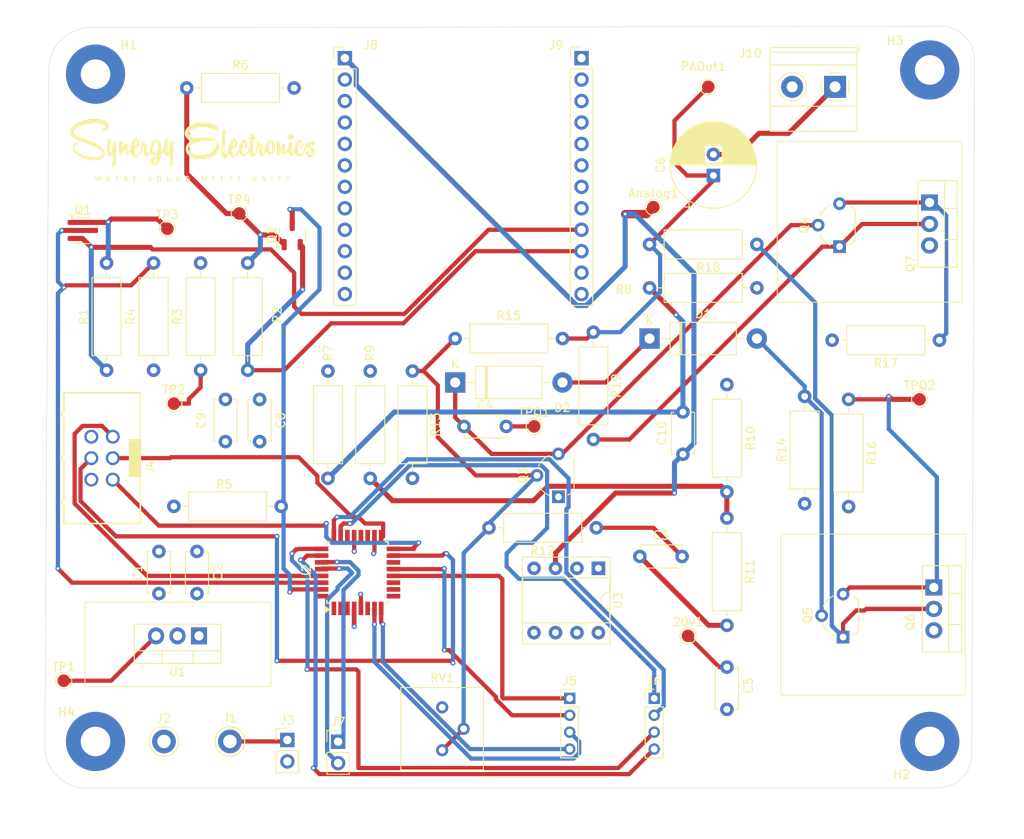
<source format=kicad_pcb>
(kicad_pcb (version 20240108) (generator "pcbnew") (generator_version "8.0")
  (layers (0 "F.Cu" signal) (1 "In1.Cu" power "GND") (2 "In2.Cu" power "PWR") (31 "B.Cu" signal) (34 "B.Paste" user) (35 "F.Paste" user) (36 "B.SilkS" user "B.Silkscreen") (37 "F.SilkS" user "F.Silkscreen") (38 "B.Mask" user) (39 "F.Mask" user) (44 "Edge.Cuts" user))
  (net 0 "")
  (net 1 "Net-(D2-K)")
  (net 2 "GND")
  (net 3 "20VDC")
  (net 4 "Net-(C3-Pad2)")
  (net 5 "Analog Signal")
  (net 6 "5VDC")
  (net 7 "Net-(U3-OUTA)")
  (net 8 "Net-(D1-A)")
  (net 9 "Net-(D1-K)")
  (net 10 "Net-(J10-Pin_1)")
  (net 11 "Net-(C6-Pad1)")
  (net 12 "Net-(J1-Pin_1)")
  (net 13 "/Microprocessor & Connectors/SCK")
  (net 14 "/Microprocessor & Connectors/MISO")
  (net 15 "/Microprocessor & Connectors/MOSI")
  (net 16 "/Microprocessor & Connectors/RESET")
  (net 17 "/Microprocessor & Connectors/Power_btn_O")
  (net 18 "/Microprocessor & Connectors/Power_btn_I")
  (net 19 "/Microprocessor & Connectors/Pair_btn_O")
  (net 20 "/Microprocessor & Connectors/Pair_btn_I")
  (net 21 "/Microprocessor & Connectors/Volume_U_btn_O")
  (net 22 "/Microprocessor & Connectors/Volume_U_btn_I")
  (net 23 "/Microprocessor & Connectors/Volume_D_btn_O")
  (net 24 "/Microprocessor & Connectors/Volume_D_btn_I")
  (net 25 "/Microprocessor & Connectors/Pair_LED_O")
  (net 26 "/Microprocessor & Connectors/Power_LED_O")
  (net 41 "/Microprocessor & Connectors/RX-I")
  (net 43 "/Microprocessor & Connectors/TX-I")
  (net 47 "/Microprocessor & Connectors/3_3VDC")
  (net 48 "/Microprocessor & Connectors/RX-O")
  (net 49 "/Microprocessor & Connectors/TX-O")
  (net 50 "Net-(Q3-B)")
  (net 51 "Net-(Q4-C)")
  (net 52 "Net-(Q4-E)")
  (net 53 "Net-(Q5-E)")
  (net 54 "Net-(Q5-C)")
  (net 55 "Net-(U3-NEGA)")
  (net 71 "Net-(C3-Pad1)")
  (net 72 "Net-(U3A-+)")
  (net 73 "Net-(U3A--)")
  (footprint "Capacitor_THT:C_Disc_D4.7mm_W2.5mm_P5.00mm" (layer "F.Cu") (at 119.9 111.6)
    (property "Reference" "C3")
    (property "Value" "1uF")
  )
  (footprint "Connector_PinHeader_2.00mm:PinHeader_1x04_P2.00mm_Vertical" (layer "F.Cu") (at 121.6 128.4)
    (property "Reference" "J6")
    (property "Value" "Conn_01x04")
  )
  (footprint "TestPoint:TestPoint_Pad_D1.5mm" (layer "F.Cu") (at 64 72.8)
    (property "Reference" "TP3")
    (property "Value" "TestPoint")
  )
  (footprint "Capacitor_THT:CP_Radial_D10.0mm_P2.50mm" (layer "F.Cu") (at 128.6 66.5 90)
    (property "Reference" "C6")
    (property "Value" "1000uF")
  )
  (footprint "Resistor_THT:R_Axial_DIN0309_L9.0mm_D3.2mm_P12.70mm_Horizontal" (layer "F.Cu") (at 130.2 103.95 90)
    (property "Reference" "R10")
    (property "Value" "2k")
  )
  (footprint "Resistor_THT:R_Axial_DIN0309_L9.0mm_D3.2mm_P12.70mm_Horizontal" (layer "F.Cu") (at 88 89.65 -90)
    (property "Reference" "R9")
    (property "Value" "2k")
  )
  (footprint "61200621621:61200621621" (layer "F.Cu") (at 56.27 99.96 90)
    (property "Reference" "J4")
    (property "Value" "6120XX21621_61200621621")
    (property "VALUE" "61200621621" (hide yes))
  )
  (footprint "Capacitor_THT:C_Disc_D4.7mm_W2.5mm_P5.00mm" (layer "F.Cu") (at 70.866 93.004 -90)
    (property "Reference" "C9")
    (property "Value" ".1uF")
  )
  (footprint "Resistor_THT:R_Axial_DIN0309_L9.0mm_D3.2mm_P12.70mm_Horizontal" (layer "F.Cu") (at 139.4 105.35 90)
    (property "Reference" "R14")
    (property "Value" "4.7k")
  )
  (footprint "Resistor_THT:R_Axial_DIN0309_L9.0mm_D3.2mm_P12.70mm_Horizontal" (layer "F.Cu") (at 133.75 74.65 180)
    (property "Reference" "R18")
    (property "Value" "0.22")
  )
  (footprint "Resistor_THT:R_Axial_DIN0309_L9.0mm_D3.2mm_P12.70mm_Horizontal" (layer "F.Cu") (at 62.366666 89.55 90)
    (property "Reference" "R4")
    (property "Value" "10k")
  )
  (footprint "Resistor_THT:R_Axial_DIN0309_L9.0mm_D3.2mm_P12.70mm_Horizontal" (layer "F.Cu") (at 66.294 56.134)
    (property "Reference" "R6")
    (property "Value" "10k")
  )
  (footprint "Resistor_THT:R_Axial_DIN0309_L9.0mm_D3.2mm_P12.70mm_Horizontal" (layer "F.Cu") (at 67.933332 89.55 90)
    (property "Reference" "R3")
    (property "Value" "5k")
  )
  (footprint "Package_TO_SOT_THT:TO-92_Wide" (layer "F.Cu") (at 143.53 74.915 90)
    (property "Reference" "Q4")
    (property "Value" "2N3906")
  )
  (footprint "TestPoint:TestPoint_Keystone_5010-5014_Multipurpose" (layer "F.Cu") (at 71.4 133.5)
    (property "Reference" "J1")
    (property "Value" "Conn_01x01")
  )
  (footprint "Resistor_THT:R_Axial_DIN0309_L9.0mm_D3.2mm_P12.70mm_Horizontal" (layer "F.Cu") (at 121.05 79.8)
    (property "Reference" "R8")
    (property "Value" "10k")
  )
  (footprint "TerminalBlock_Phoenix:TerminalBlock_Phoenix_MKDS-1,5-2-5.08_1x02_P5.08mm_Horizontal" (layer "F.Cu") (at 143 56 180)
    (property "Reference" "J10")
    (property "Value" "Screw_Terminal_01x02")
  )
  (footprint "Package_TO_SOT_SMD:SOT-23-3" (layer "F.Cu") (at 78.77 73.54 90)
    (property "Reference" "Q2")
    (property "Value" "BSS138")
  )
  (footprint "Resistor_THT:R_Axial_DIN0309_L9.0mm_D3.2mm_P12.70mm_Horizontal" (layer "F.Cu") (at 130.2 107.05 -90)
    (property "Reference" "R11")
    (property "Value" "3.3k")
  )
  (footprint "Package_TO_SOT_THT:TO-92_Wide" (layer "F.Cu") (at 143.95 121.14 90)
    (property "Reference" "Q5")
    (property "Value" "2N3904")
  )
  (footprint "Resistor_THT:R_Axial_DIN0309_L9.0mm_D3.2mm_P12.70mm_Horizontal" (layer "F.Cu") (at 73.5 76.85 -90)
    (property "Reference" "R2")
    (property "Value" "10k")
  )
  (footprint "Resistor_THT:R_Axial_DIN0309_L9.0mm_D3.2mm_P12.70mm_Horizontal" (layer "F.Cu") (at 83 89.65 -90)
    (property "Reference" "R7")
    (property "Value" "10k")
  )
  (footprint "Resistor_THT:R_Axial_DIN0309_L9.0mm_D3.2mm_P12.70mm_Horizontal" (layer "F.Cu") (at 56.8 76.85 -90)
    (property "Reference" "R1")
    (property "Value" "10k")
  )
  (footprint "Resistor_THT:R_Axial_DIN0309_L9.0mm_D3.2mm_P12.70mm_Horizontal" (layer "F.Cu") (at 144.6 93 -90)
    (property "Reference" "R16")
    (property "Value" "10k")
  )
  (footprint "MountingHole:MountingHole_3.5mm_Pad_TopBottom" (layer "F.Cu") (at 55.5 54.5)
    (property "Reference" "H1")
    (property "Value" "MountingHole_Pad")
  )
  (footprint "Diode_THT:D_DO-15_P12.70mm_Horizontal" (layer "F.Cu") (at 98.05 91)
    (property "Reference" "D2")
    (property "Value" "1N4148")
  )
  (footprint "TestPoint:TestPoint_Pad_D1.5mm" (layer "F.Cu") (at 72.5 71)
    (property "Reference" "TP4")
    (property "Value" "TestPoint")
  )
  (footprint "Connector_PinHeader_2.54mm:PinHeader_1x12_P2.54mm_Vertical" (layer "F.Cu") (at 113 52.6)
    (property "Reference" "J9")
    (property "Value" "Conn_01x12")
  )
  (footprint "Package_TO_SOT_THT:TO-92_Wide" (layer "F.Cu") (at 110.27 104.54 90)
    (property "Reference" "Q3")
    (property "Value" "2N3904")
  )
  (footprint "Resistor_THT:R_Axial_DIN0309_L9.0mm_D3.2mm_P12.70mm_Horizontal" (layer "F.Cu") (at 114.4 85.05 -90)
    (property "Reference" "R19")
    (property "Value" "0.22")
  )
  (footprint "Capacitor_THT:C_Disc_D4.7mm_W2.5mm_P5.00mm" (layer "F.Cu") (at 125 99.5 90)
    (property "Reference" "C10")
    (property "Value" "1uF")
  )
  (footprint "TestPoint:TestPoint_Pad_D1.5mm" (layer "F.Cu") (at 153 93)
    (property "Reference" "TPQ2")
    (property "Value" "TestPoint")
  )
  (footprint "TestPoint:TestPoint_Pad_D1.5mm" (layer "F.Cu") (at 121.5 70.25)
    (property "Reference" "Analog1")
    (property "Value" "TestPoint")
  )
  (footprint "Resistor_THT:R_Axial_DIN0309_L9.0mm_D3.2mm_P12.70mm_Horizontal" (layer "F.Cu") (at 155.35 86 180)
    (property "Reference" "R17")
    (property "Value" "10k")
  )
  (footprint "TestPoint:TestPoint_Pad_D1.5mm" (layer "F.Cu") (at 125.6 121)
    (property "Reference" "20v1")
    (property "Value" "TestPoint")
  )
  (footprint "TestPoint:TestPoint_Pad_D1.5mm" (layer "F.Cu") (at 128 56)
    (property "Reference" "PAOut1")
    (property "Value" "TestPoint")
  )
  (footprint "Capacitor_THT:C_Disc_D4.7mm_W2.5mm_P5.00mm" (layer "F.Cu") (at 99.1 96.2)
    (property "Reference" "C4")
    (property "Value" "1nF")
  )
  (footprint "Package_QFP:TQFP-32_7x7mm_P0.8mm" (layer "F.Cu") (at 86.5 113.5 90)
    (property "Reference" "U2")
    (property "Value" "ATmega328PB-A")
  )
  (footprint "TestPoint:TestPoint_Keystone_5010-5014_Multipurpose" (layer "F.Cu") (at 63.6 133.5)
    (property "Reference" "J2")
    (property "Value" "Conn_01x01")
  )
  (footprint "Connector_PinHeader_2.54mm:PinHeader_1x02_P2.54mm_Vertical" (layer "F.Cu") (at 84.2 133.525)
    (property "Reference" "J7")
    (property "Value" "Conn_01x02")
  )
  (footprint "Connector_PinHeader_2.54mm:PinHeader_1x02_P2.54mm_Vertical" (layer "F.Cu") (at 78.2 133.325)
    (property "Reference" "J3")
    (property "Value" "Conn_01x02")
  )
  (footprint "Capacitor_THT:C_Disc_D4.7mm_W2.5mm_P5.00mm" (layer "F.Cu") (at 130.2 124.7 -90)
    (property "Reference" "C5")
    (property "Value" "0.22uF")
  )
  (footprint "Capacitor_THT:C_Disc_D4.7mm_W2.5mm_P5.00mm" (layer "F.Cu") (at 74.916 93.004 -90)
    (property "Reference" "C8")
    (property "Value" "1uF")
  )
  (footprint "Package_TO_SOT_THT:TO-220-3_Vertical" (layer "F.Cu") (at 154.178 69.695 -90)
    (property "Reference" "Q7")
    (property "Value" "D44H8")
  )
  (footprint "footprints:selogo2" (layer "F.Cu") (at 67 64)
    (property "Reference" "G***" (hide yes))
    (property "Value" "LOGO" (hide yes))
  )
  (footprint "Diode_THT:D_DO-15_P12.70mm_Horizontal" (layer "F.Cu") (at 121.05 85.8)
    (property "Reference" "D1")
    (property "Value" "1N4148")
  )
  (footprint "Connector_PinHeader_2.54mm:PinHeader_1x12_P2.54mm_Vertical" (layer "F.Cu") (at 85 52.6)
    (property "Reference" "J8")
    (property "Value" "Conn_01x12")
  )
  (footprint "TestPoint:TestPoint_Pad_D1.5mm" (layer "F.Cu") (at 51.74 126.305)
    (property "Reference" "TP1")
    (property "Value" "TestPoint")
  )
  (footprint "Package_TO_SOT_THT:TO-220-3_Vertical" (layer "F.Cu") (at 67.74 121 180)
    (property "Reference" "U1")
    (property "Value" "L78L05_TO220")
  )
  (footprint "Resistor_THT:R_Axial_DIN0309_L9.0mm_D3.2mm_P12.70mm_Horizontal" (layer "F.Cu") (at 114.75 108.2 180)
    (property "Reference" "R12")
    (property "Value" "4.7k")
  )
  (footprint "Capacitor_THT:C_Disc_D4.7mm_W2.5mm_P5.00mm" (layer "F.Cu") (at 63 116 90)
    (property "Reference" "C1")
    (property "Value" "0.33uF")
  )
  (footprint "MountingHole:MountingHole_3.5mm_Pad_TopBottom" (layer "F.Cu") (at 154.2 133.5)
    (property "Reference" "H2")
    (property "Value" "MountingHole_Pad")
  )
  (footprint "Package_TO_SOT_SMD:SOT-23-3" (layer "F.Cu") (at 54 73)
    (property "Reference" "Q1")
    (property "Value" "BSS138")
  )
  (footprint "Capacitor_THT:C_Disc_D4.7mm_W2.5mm_P5.00mm" (layer "F.Cu") (at 67.5 111 -90)
    (property "Reference" "C2")
    (property "Value" "0.1uF")
  )
  (footprint "Potentiometer_THT:Potentiometer_Bourns_3386P_Vertical" (layer "F.Cu") (at 96.515 134.54)
    (property "Reference" "RV1")
    (property "Value" "R_Potentiometer_US")
  )
  (footprint "Package_TO_SOT_THT:TO-220-3_Vertical" (layer "F.Cu") (at 154.686 115.27 -90)
    (property "Reference" "Q6")
    (property "Value" "D45H8")
  )
  (footprint "MountingHole:MountingHole_3.5mm_Pad_TopBottom" (layer "F.Cu") (at 154.2 54)
    (property "Reference" "H3")
    (property "Value" "MountingHole_Pad")
  )
  (footprint "Package_DIP:DIP-8_W7.62mm_Socket" (layer "F.Cu") (at 115 113 -90)
    (property "Reference" "U3")
    (property "Value" "LF353N")
  )
  (footprint "MountingHole:MountingHole_3.5mm_Pad_TopBottom" (layer "F.Cu") (at 55.5 133.5)
    (property "Reference" "H4")
    (property "Value" "MountingHole_Pad")
  )
  (footprint "TestPoint:TestPoint_Pad_D1.5mm" (layer "F.Cu") (at 64.77 93.5)
    (property "Reference" "TP2")
    (property "Value" "TestPoint")
  )
  (footprint "Resistor_THT:R_Axial_DIN0309_L9.0mm_D3.2mm_P12.70mm_Horizontal" (layer "F.Cu") (at 93 89.65 -90)
    (property "Reference" "R13")
    (property "Value" "1000")
  )
  (footprint "Resistor_THT:R_Axial_DIN0309_L9.0mm_D3.2mm_P12.70mm_Horizontal" (layer "F.Cu") (at 98.05 85.8)
    (property "Reference" "R15")
    (property "Value" "12k")
  )
  (footprint "TestPoint:TestPoint_Pad_D1.5mm" (layer "F.Cu") (at 107.4 96.2)
    (property "Reference" "TPQ1")
    (property "Value" "TestPoint")
  )
  (footprint "Resistor_THT:R_Axial_DIN0309_L9.0mm_D3.2mm_P12.70mm_Horizontal" (layer "F.Cu") (at 64.77 105.664)
    (property "Reference" "R5")
    (property "Value" "10k")
  )
  (footprint "Connector_PinHeader_2.00mm:PinHeader_1x04_P2.00mm_Vertical" (layer "F.Cu") (at 111.6 128.4)
    (property "Reference" "J5")
    (property "Value" "Conn_01x04")
  )
  (gr_rect (start 136.16 62.45) (end 158 81.5) (stroke (width 0.1)) (fill none) (layer "F.SilkS"))
  (gr_rect (start 136.58 108.95) (end 158.42 128) (stroke (width 0.1)) (fill none) (layer "F.SilkS"))
  (gr_rect (start 54.24 117) (end 76.24 127) (stroke (width 0.1)) (fill none) (layer "F.SilkS"))
  (gr_arc (start 49.975063 54) (mid 51.628241 50.274248) (end 55.5 49.000001) (stroke (width 0.05)) (layer "Edge.Cuts"))
  (gr_line (start 55.5 49.000001) (end 155.5 48.828427) (stroke (width 0.05)) (layer "Edge.Cuts"))
  (gr_arc (start 155.5 48.828427) (mid 158.328427 50) (end 159.5 52.828427) (stroke (width 0.05)) (layer "Edge.Cuts"))
  (gr_line (start 159.5 52.828427) (end 159.171573 135) (stroke (width 0.05)) (layer "Edge.Cuts"))
  (gr_arc (start 54.5 139.024937) (mid 51.128241 137.725752) (end 49.500001 134.5) (stroke (width 0.05)) (layer "Edge.Cuts"))
  (gr_arc (start 159.171573 135) (mid 158 137.828427) (end 155.171573 139) (stroke (width 0.05)) (layer "Edge.Cuts"))
  (gr_line (start 49.500001 134.5) (end 49.975063 54) (stroke (width 0.05)) (layer "Edge.Cuts"))
  (gr_line (start 155.171573 139) (end 54.5 139.024937) (stroke (width 0.05)) (layer "Edge.Cuts"))
  (segment (start 137.792767 72.375) (end 140.99 72.375) (width 0.5) (layer "F.Cu") (net 1))
  (segment (start 98.05 95.15) (end 99.1 96.2) (width 0.5) (layer "F.Cu") (net 1))
  (segment (start 99.1 96.2) (end 102.36 99.46) (width 0.5) (layer "F.Cu") (net 1))
  (segment (start 98.05 91) (end 98.05 95.15) (width 0.5) (layer "F.Cu") (net 1))
  (segment (start 102.36 99.46) (end 110.27 99.46) (width 0.5) (layer "F.Cu") (net 1))
  (segment (start 110.707767 99.46) (end 137.792767 72.375) (width 0.5) (layer "F.Cu") (net 1))
  (segment (start 110.27 99.46) (end 110.707767 99.46) (width 0.5) (layer "F.Cu") (net 1))
  (segment (start 86.1 110.992) (end 86.106 110.998) (width 0.5) (layer "F.Cu") (net 2))
  (segment (start 86.9 116.11) (end 86.868 116.078) (width 0.5) (layer "F.Cu") (net 2))
  (segment (start 86.9 117.75) (end 86.9 116.11) (width 0.5) (layer "F.Cu") (net 2))
  (segment (start 107.4 96.2) (end 104.1 96.2) (width 0.5) (layer "F.Cu") (net 2))
  (segment (start 86.1 109.25) (end 86.1 110.992) (width 0.5) (layer "F.Cu") (net 2))
  (via (at 86.868 116.078) (size 0.6) (drill 0.3) (layers "F.Cu" "B.Cu") (net 2))
  (via (at 86.106 110.998) (size 0.6) (drill 0.3) (layers "F.Cu" "B.Cu") (net 2))
  (segment (start 129.3 124.7) (end 130.2 124.7) (width 0.5) (layer "F.Cu") (net 3))
  (segment (start 51.74 126.305) (end 57.355 126.305) (width 0.5) (layer "F.Cu") (net 3))
  (segment (start 125.6 121) (end 129.3 124.7) (width 0.5) (layer "F.Cu") (net 3))
  (segment (start 57.355 126.305) (end 62.66 121) (width 0.5) (layer "F.Cu") (net 3))
  (segment (start 114.75 108.2) (end 121.5 108.2) (width 0.5) (layer "F.Cu") (net 4))
  (segment (start 121.5 108.2) (end 124.9 111.6) (width 0.5) (layer "F.Cu") (net 4))
  (segment (start 109.92 111.191522) (end 117.021522 104.09) (width 0.6) (layer "F.Cu") (net 5))
  (segment (start 120.685 71.065) (end 121.5 70.25) (width 1) (layer "F.Cu") (net 5))
  (segment (start 109.92 113) (end 109.92 111.191522) (width 0.6) (layer "F.Cu") (net 5))
  (segment (start 117.021522 104.09) (end 124 104.09) (width 0.6) (layer "F.Cu") (net 5))
  (segment (start 118.165 71.065) (end 120.685 71.065) (width 1) (layer "F.Cu") (net 5))
  (via (at 118.165 71.065) (size 0.6) (drill 0.3) (layers "F.Cu" "B.Cu") (net 5))
  (via (at 124 104.09) (size 0.6) (drill 0.3) (layers "F.Cu" "B.Cu") (net 5))
  (segment (start 118.165 71.065) (end 118.165 77.284189) (width 0.6) (layer "B.Cu") (net 5))
  (segment (start 126.3 78.061522) (end 119.303478 71.065) (width 0.6) (layer "B.Cu") (net 5))
  (segment (start 86.35 53.95) (end 85 52.6) (width 0.6) (layer "B.Cu") (net 5))
  (segment (start 112.440811 81.89) (end 86.35 55.799189) (width 0.6) (layer "B.Cu") (net 5))
  (segment (start 113.559189 81.89) (end 112.440811 81.89) (width 0.6) (layer "B.Cu") (net 5))
  (segment (start 124 100.5) (end 125 99.5) (width 0.6) (layer "B.Cu") (net 5))
  (segment (start 86.35 55.799189) (end 86.35 53.95) (width 0.6) (layer "B.Cu") (net 5))
  (segment (start 118.165 77.284189) (end 113.559189 81.89) (width 0.6) (layer "B.Cu") (net 5))
  (segment (start 126.3 98.2) (end 126.3 78.061522) (width 0.6) (layer "B.Cu") (net 5))
  (segment (start 119.303478 71.065) (end 118.165 71.065) (width 0.6) (layer "B.Cu") (net 5))
  (segment (start 124 104.09) (end 124 100.5) (width 0.6) (layer "B.Cu") (net 5))
  (segment (start 125 99.5) (end 126.3 98.2) (width 0.6) (layer "B.Cu") (net 5))
  (segment (start 88.5 111.144) (end 88.392 111.252) (width 0.5) (layer "F.Cu") (net 6))
  (segment (start 86.1 117.75) (end 86.1 119.882) (width 0.55) (layer "F.Cu") (net 6))
  (segment (start 66.548 92.964) (end 66.548 93.5) (width 0.5) (layer "F.Cu") (net 6))
  (segment (start 67.933332 91.578668) (end 66.548 92.964) (width 0.5) (layer "F.Cu") (net 6))
  (segment (start 86.1 119.882) (end 86.106 119.888) (width 0.55) (layer "F.Cu") (net 6))
  (segment (start 66.548 93.5) (end 64.77 93.5) (width 0.5) (layer "F.Cu") (net 6))
  (segment (start 88.5 109.25) (end 88.5 111.144) (width 0.5) (layer "F.Cu") (net 6))
  (segment (start 67.933332 89.55) (end 67.933332 91.578668) (width 0.5) (layer "F.Cu") (net 6))
  (via (at 88.392 111.252) (size 0.6) (drill 0.3) (layers "F.Cu" "B.Cu") (net 6))
  (via (at 86.106 119.888) (size 0.6) (drill 0.3) (layers "F.Cu" "B.Cu") (net 6))
  (segment (start 141.41 94.66) (end 141.41 118.6) (width 0.5) (layer "B.Cu") (net 8))
  (segment (start 139.4 91.45) (end 133.75 85.8) (width 0.5) (layer "B.Cu") (net 8))
  (segment (start 139.4 92.65) (end 141.41 94.66) (width 0.5) (layer "B.Cu") (net 8))
  (segment (start 139.4 92.65) (end 139.4 91.45) (width 0.5) (layer "B.Cu") (net 8))
  (segment (start 115.85 91) (end 110.75 91) (width 0.5) (layer "F.Cu") (net 9))
  (segment (start 121.05 85.8) (end 115.85 91) (width 0.5) (layer "F.Cu") (net 9))
  (segment (start 134 61.5) (end 131.5 64) (width 0.6) (layer "F.Cu") (net 10))
  (segment (start 137.5 61.5) (end 134 61.5) (width 0.6) (layer "F.Cu") (net 10))
  (segment (start 143 56) (end 137.5 61.5) (width 0.6) (layer "F.Cu") (net 10))
  (segment (start 131.5 64) (end 128.6 64) (width 0.6) (layer "F.Cu") (net 10))
  (segment (start 125.5 66.5) (end 124 65) (width 0.5) (layer "F.Cu") (net 11))
  (segment (start 124 60) (end 128 56) (width 0.5) (layer "F.Cu") (net 11))
  (segment (start 128.6 67.1) (end 128.6 66.5) (width 0.5) (layer "F.Cu") (net 11))
  (segment (start 110.75 85.8) (end 113.65 85.8) (width 0.5) (layer "F.Cu") (net 11))
  (segment (start 124 65) (end 124 60) (width 0.5) (layer "F.Cu") (net 11))
  (segment (start 121.05 74.65) (end 128.6 67.1) (width 0.5) (layer "F.Cu") (net 11))
  (segment (start 113.65 85.8) (end 114.4 85.05) (width 0.5) (layer "F.Cu") (net 11))
  (segment (start 128.6 66.5) (end 125.5 66.5) (width 0.5) (layer "F.Cu") (net 11))
  (segment (start 117.567767 85.05) (end 122.3 80.317767) (width 0.5) (layer "B.Cu") (net 11))
  (segment (start 114.4 85.05) (end 117.567767 85.05) (width 0.5) (layer "B.Cu") (net 11))
  (segment (start 122.3 75.9) (end 121.05 74.65) (width 0.5) (layer "B.Cu") (net 11))
  (segment (start 122.3 80.317767) (end 122.3 75.9) (width 0.5) (layer "B.Cu") (net 11))
  (segment (start 71.4 133.5) (end 78.025 133.5) (width 0.5) (layer "F.Cu") (net 12))
  (segment (start 78.025 133.5) (end 78.2 133.325) (width 0.5) (layer "F.Cu") (net 12))
  (segment (start 81.75 102.867767) (end 85.828233 106.946) (width 0.5) (layer "F.Cu") (net 13))
  (segment (start 86.626 106.946) (end 87.38 107.7) (width 0.5) (layer "F.Cu") (net 13))
  (segment (start 64.297968 99.96) (end 64.407968 99.85) (width 0.5) (layer "F.Cu") (net 13))
  (segment (start 57.54 99.96) (end 64.297968 99.96) (width 0.5) (layer "F.Cu") (net 13))
  (segment (start 87.38 107.7) (end 89.525 107.7) (width 0.5) (layer "F.Cu") (net 13))
  (segment (start 85.828233 106.946) (end 86.626 106.946) (width 0.5) (layer "F.Cu") (net 13))
  (segment (start 81.75 102.07) (end 81.75 102.867767) (width 0.5) (layer "F.Cu") (net 13))
  (segment (start 64.407968 99.85) (end 79.53 99.85) (width 0.5) (layer "F.Cu") (net 13))
  (segment (start 89.525 107.7) (end 89.525 109.25) (width 0.5) (layer "F.Cu") (net 13))
  (segment (start 79.53 99.85) (end 81.75 102.07) (width 0.5) (layer "F.Cu") (net 13))
  (segment (start 93.2 110.7) (end 93.2 110.508) (width 0.5) (layer "F.Cu") (net 14))
  (segment (start 62.99 107.95) (end 57.54 102.5) (width 0.5) (layer "F.Cu") (net 14))
  (segment (start 82.55 107.95) (end 62.99 107.95) (width 0.5) (layer "F.Cu") (net 14))
  (segment (start 82.804 107.696) (end 82.55 107.95) (width 0.5) (layer "F.Cu") (net 14))
  (segment (start 90.75 110.7) (end 93.2 110.7) (width 0.5) (layer "F.Cu") (net 14))
  (segment (start 93.2 110.508) (end 93.726 109.982) (width 0.5) (layer "F.Cu") (net 14))
  (via (at 93.726 109.982) (size 0.6) (drill 0.3) (layers "F.Cu" "B.Cu") (net 14))
  (via (at 82.804 107.696) (size 0.6) (drill 0.3) (layers "F.Cu" "B.Cu") (net 14))
  (segment (start 83.49205 109.982) (end 93.726 109.982) (width 0.5) (layer "B.Cu") (net 14))
  (segment (start 82.804 107.696) (end 82.8 107.7) (width 0.5) (layer "B.Cu") (net 14))
  (segment (start 82.8 107.7) (end 82.8 109.28995) (width 0.5) (layer "B.Cu") (net 14))
  (segment (start 82.8 109.28995) (end 83.49205 109.982) (width 0.5) (layer "B.Cu") (net 14))
  (segment (start 55 99.96) (end 53.725 101.235) (width 0.5) (layer "F.Cu") (net 15))
  (segment (start 53.725 101.235) (end 53.725 105.033) (width 0.5) (layer "F.Cu") (net 15))
  (segment (start 97.028 111.252) (end 96.774 111.252) (width 0.5) (layer "F.Cu") (net 15))
  (segment (start 57.912 109.22) (end 76.962 109.22) (width 0.5) (layer "F.Cu") (net 15))
  (segment (start 53.725 105.033) (end 57.912 109.22) (width 0.5) (layer "F.Cu") (net 15))
  (segment (start 96.526 111.5) (end 90.75 111.5) (width 0.5) (layer "F.Cu") (net 15))
  (segment (start 97.536 123.952) (end 97.79 124.206) (width 0.5) (layer "F.Cu") (net 15))
  (segment (start 76.962 123.952) (end 97.536 123.952) (width 0.5) (layer "F.Cu") (net 15))
  (segment (start 96.774 111.252) (end 96.526 111.5) (width 0.5) (layer "F.Cu") (net 15))
  (via (at 76.962 123.952) (size 0.6) (drill 0.3) (layers "F.Cu" "B.Cu") (net 15))
  (via (at 76.962 109.22) (size 0.6) (drill 0.3) (layers "F.Cu" "B.Cu") (net 15))
  (via (at 97.028 111.252) (size 0.6) (drill 0.3) (layers "F.Cu" "B.Cu") (net 15))
  (via (at 97.79 124.206) (size 0.6) (drill 0.3) (layers "F.Cu" "B.Cu") (net 15))
  (segment (start 97.79 124.206) (end 97.79 112.014) (width 0.5) (layer "B.Cu") (net 15))
  (segment (start 76.962 109.22) (end 76.962 123.952) (width 0.5) (layer "B.Cu") (net 15))
  (segment (start 97.79 112.014) (end 97.028 111.252) (width 0.5) (layer "B.Cu") (net 15))
  (segment (start 56.265 96.145) (end 53.969 96.145) (width 0.5) (layer "F.Cu") (net 16))
  (segment (start 53.025 105.32295) (end 61.60205 113.9) (width 0.5) (layer "F.Cu") (net 16))
  (segment (start 53.025 97.089) (end 53.025 105.32295) (width 0.5) (layer "F.Cu") (net 16))
  (segment (start 53.969 96.145) (end 53.025 97.089) (width 0.5) (layer "F.Cu") (net 16))
  (segment (start 57.54 97.42) (end 56.265 96.145) (width 0.5) (layer "F.Cu") (net 16))
  (segment (start 61.60205 113.9) (end 82.25 113.9) (width 0.5) (layer "F.Cu") (net 16))
  (segment (start 96.774 122.682) (end 97.326661 122.682) (width 0.5) (layer "F.Cu") (net 17))
  (segment (start 96.704 113.1) (end 96.774 113.03) (width 0.5) (layer "F.Cu") (net 17))
  (segment (start 90.75 113.1) (end 96.704 113.1) (width 0.5) (layer "F.Cu") (net 17))
  (segment (start 102.87 128.225339) (end 102.87 128.49795) (width 0.5) (layer "F.Cu") (net 17))
  (segment (start 104.77205 130.4) (end 111.6 130.4) (width 0.5) (layer "F.Cu") (net 17))
  (segment (start 102.87 128.49795) (end 104.77205 130.4) (width 0.5) (layer "F.Cu") (net 17))
  (segment (start 97.326661 122.682) (end 102.87 128.225339) (width 0.5) (layer "F.Cu") (net 17))
  (via (at 96.774 113.03) (size 0.6) (drill 0.3) (layers "F.Cu" "B.Cu") (net 17))
  (via (at 96.774 122.682) (size 0.6) (drill 0.3) (layers "F.Cu" "B.Cu") (net 17))
  (segment (start 96.774 113.03) (end 96.774 122.682) (width 0.5) (layer "B.Cu") (net 17))
  (segment (start 103.232 113.9) (end 90.75 113.9) (width 0.5) (layer "F.Cu") (net 18))
  (segment (start 103.762 128.4) (end 103.632 128.27) (width 0.5) (layer "F.Cu") (net 18))
  (segment (start 111.6 128.4) (end 103.762 128.4) (width 0.5) (layer "F.Cu") (net 18))
  (segment (start 103.632 114.3) (end 103.232 113.9) (width 0.5) (layer "F.Cu") (net 18))
  (segment (start 103.632 128.27) (end 103.632 114.3) (width 0.5) (layer "F.Cu") (net 18))
  (segment (start 89.3 117.75) (end 89.3 119.434) (width 0.5) (layer "F.Cu") (net 19))
  (segment (start 89.3 119.434) (end 89.5 119.634) (width 0.5) (layer "F.Cu") (net 19))
  (via (at 89.5 119.634) (size 0.6) (drill 0.3) (layers "F.Cu" "B.Cu") (net 19))
  (segment (start 99.80037 134.4) (end 89.5 124.09963) (width 0.5) (layer "B.Cu") (net 19))
  (segment (start 111.6 134.4) (end 99.80037 134.4) (width 0.5) (layer "B.Cu") (net 19))
  (segment (start 89.5 124.09963) (end 89.5 119.634) (width 0.5) (layer "B.Cu") (net 19))
  (segment (start 88.5 117.75) (end 88.5 119.634) (width 0.5) (layer "F.Cu") (net 20))
  (via (at 88.5 119.634) (size 0.6) (drill 0.3) (layers "F.Cu" "B.Cu") (net 20))
  (segment (start 112.065991 135.525) (end 112.725 134.865991) (width 0.5) (layer "B.Cu") (net 20))
  (segment (start 88.5 124.08958) (end 88.5 119.634) (width 0.5) (layer "B.Cu") (net 20))
  (segment (start 88.5 124.08958) (end 99.93542 135.525) (width 0.5) (layer "B.Cu") (net 20))
  (segment (start 112.725 134.865991) (end 112.725 133.525) (width 0.5) (layer "B.Cu") (net 20))
  (segment (start 99.93542 135.525) (end 112.065991 135.525) (width 0.5) (layer "B.Cu") (net 20))
  (segment (start 112.725 133.525) (end 111.6 132.4) (width 0.5) (layer "B.Cu") (net 20))
  (segment (start 121.6 134.4) (end 118.635 137.365) (width 0.5) (layer "F.Cu") (net 21))
  (segment (start 80.524 111.5) (end 80.01 112.014) (width 0.5) (layer "F.Cu") (net 21))
  (segment (start 82.25 111.5) (end 80.524 111.5) (width 0.5) (layer "F.Cu") (net 21))
  (segment (start 81.993 137.365) (end 81.28 136.652) (width 0.5) (layer "F.Cu") (net 21))
  (segment (start 80.01 112.014) (end 79.756 112.014) (width 0.5) (layer "F.Cu") (net 21))
  (segment (start 118.635 137.365) (end 81.993 137.365) (width 0.5) (layer "F.Cu") (net 21))
  (via (at 81.28 136.652) (size 0.6) (drill 0.3) (layers "F.Cu" "B.Cu") (net 21))
  (via (at 79.756 112.014) (size 0.6) (drill 0.3) (layers "F.Cu" "B.Cu") (net 21))
  (segment (start 81.534 113.792) (end 79.756 112.014) (width 0.5) (layer "B.Cu") (net 21))
  (segment (start 81.28 136.652) (end 81.534 136.398) (width 0.5) (layer "B.Cu") (net 21))
  (segment (start 81.534 136.398) (end 81.534 113.792) (width 0.5) (layer "B.Cu") (net 21))
  (segment (start 86.347646 124.968) (end 86.607823 125.228177) (width 0.5) (layer "F.Cu") (net 22))
  (segment (start 80.53 124.968) (end 86.347646 124.968) (width 0.5) (layer "F.Cu") (net 22))
  (segment (start 86.607823 136.646011) (end 86.607823 125.228177) (width 0.5) (layer "F.Cu") (net 22))
  (segment (start 79.502 110.744) (end 79.248 110.744) (width 0.5) (layer "F.Cu") (net 22))
  (segment (start 79.546 110.7) (end 79.502 110.744) (width 0.5) (layer "F.Cu") (net 22))
  (segment (start 79.248 110.744) (end 78.74 111.252) (width 0.5) (layer "F.Cu") (net 22))
  (segment (start 121.6 132.4) (end 117.353989 136.646011) (width 0.5) (layer "F.Cu") (net 22))
  (segment (start 82.25 110.7) (end 79.546 110.7) (width 0.5) (layer "F.Cu") (net 22))
  (segment (start 117.353989 136.646011) (end 86.607823 136.646011) (width 0.5) (layer "F.Cu") (net 22))
  (via (at 80.53 124.968) (size 0.6) (drill 0.3) (layers "F.Cu" "B.Cu") (net 22))
  (via (at 78.74 111.252) (size 0.6) (drill 0.3) (layers "F.Cu" "B.Cu") (net 22))
  (segment (start 78.74 112.058661) (end 78.74 111.252) (width 0.5) (layer "B.Cu") (net 22))
  (segment (start 80.58 124.918) (end 80.58 113.898661) (width 0.5) (layer "B.Cu") (net 22))
  (segment (start 80.58 113.898661) (end 78.74 112.058661) (width 0.5) (layer "B.Cu") (net 22))
  (segment (start 80.53 124.968) (end 80.58 124.918) (width 0.5) (layer "B.Cu") (net 22))
  (segment (start 83.7 107.308) (end 83.7 109.25) (width 0.5) (layer "F.Cu") (net 23))
  (segment (start 84.074 106.934) (end 83.7 107.308) (width 0.5) (layer "F.Cu") (net 23))
  (via (at 84.074 106.934) (size 0.6) (drill 0.3) (layers "F.Cu" "B.Cu") (net 23))
  (segment (start 111.21 106) (end 111.21 113.517767) (width 0.5) (layer "B.Cu") (net 23))
  (segment (start 122.725 125.032767) (end 122.725 129.275) (width 0.5) (layer "B.Cu") (net 23))
  (segment (start 84.074 106.934) (end 85.57605 106.934) (width 0.5) (layer "B.Cu") (net 23))
  (segment (start 109.212943 100.1) (end 111.47 102.357057) (width 0.5) (layer "B.Cu") (net 23))
  (segment (start 92.41005 100.1) (end 109.212943 100.1) (width 0.5) (layer "B.Cu") (net 23))
  (segment (start 85.57605 106.934) (end 92.41005 100.1) (width 0.5) (layer "B.Cu") (net 23))
  (segment (start 111.21 113.517767) (end 122.725 125.032767) (width 0.5) (layer "B.Cu") (net 23))
  (segment (start 111.47 105.74) (end 111.21 106) (width 0.5) (layer "B.Cu") (net 23))
  (segment (start 122.725 129.275) (end 121.6 130.4) (width 0.5) (layer "B.Cu") (net 23))
  (segment (start 111.47 102.357057) (end 111.47 105.74) (width 0.5) (layer "B.Cu") (net 23))
  (segment (start 84.836 107.696) (end 84.5 108.032) (width 0.5) (layer "F.Cu") (net 24))
  (segment (start 85.598 107.696) (end 84.836 107.696) (width 0.5) (layer "F.Cu") (net 24))
  (segment (start 84.5 108.032) (end 84.5 109.25) (width 0.5) (layer "F.Cu") (net 24))
  (via (at 85.598 107.696) (size 0.6) (drill 0.3) (layers "F.Cu" "B.Cu") (net 24))
  (segment (start 92.7 100.8) (end 85.804 107.696) (width 0.5) (layer "B.Cu") (net 24))
  (segment (start 85.804 107.696) (end 85.598 107.696) (width 0.5) (layer "B.Cu") (net 24))
  (segment (start 105.41 109.982) (end 107.188 109.982) (width 0.5) (layer "B.Cu") (net 24))
  (segment (start 121.6 125.027968) (end 110.822032 114.25) (width 0.5) (layer "B.Cu") (net 24))
  (segment (start 121.6 128.4) (end 121.6 125.027968) (width 0.5) (layer "B.Cu") (net 24))
  (segment (start 108.93 108.24) (end 108.93 101.502943) (width 0.5) (layer "B.Cu") (net 24))
  (segment (start 104.14 111.252) (end 105.41 109.982) (width 0.5) (layer "B.Cu") (net 24))
  (segment (start 110.822032 114.25) (end 105.614 114.25) (width 0.5) (layer "B.Cu") (net 24))
  (segment (start 108.93 101.502943) (end 108.227057 100.8) (width 0.5) (layer "B.Cu") (net 24))
  (segment (start 105.614 114.25) (end 104.14 112.776) (width 0.5) (layer "B.Cu") (net 24))
  (segment (start 107.188 109.982) (end 108.93 108.24) (width 0.5) (layer "B.Cu") (net 24))
  (segment (start 108.227057 100.8) (end 92.7 100.8) (width 0.5) (layer "B.Cu") (net 24))
  (segment (start 104.14 112.776) (end 104.14 111.252) (width 0.5) (layer "B.Cu") (net 24))
  (segment (start 84.074 112.268) (end 82.282 112.268) (width 0.5) (layer "F.Cu") (net 25))
  (segment (start 82.282 112.268) (end 82.25 112.3) (width 0.5) (layer "F.Cu") (net 25))
  (via (at 84.074 112.268) (size 0.6) (drill 0.3) (layers "F.Cu" "B.Cu") (net 25))
  (segment (start 84.2 133.525) (end 84.836 132.889) (width 0.5) (layer "B.Cu") (net 25))
  (segment (start 86.614 113.284) (end 85.598 112.268) (width 0.5) (layer "B.Cu") (net 25))
  (segment (start 84.836 132.889) (end 84.836 115.57) (width 0.5) (layer "B.Cu") (net 25))
  (segment (start 85.598 112.268) (end 84.074 112.268) (width 0.5) (layer "B.Cu") (net 25))
  (segment (start 84.836 115.57) (end 86.614 113.792) (width 0.5) (layer "B.Cu") (net 25))
  (segment (start 86.614 113.792) (end 86.614 113.284) (width 0.5) (layer "B.Cu") (net 25))
  (segment (start 82.32 113.03) (end 82.25 113.1) (width 0.5) (layer "F.Cu") (net 26))
  (segment (start 84.328 113.03) (end 82.32 113.03) (width 0.5) (layer "F.Cu") (net 26))
  (via (at 84.328 113.03) (size 0.6) (drill 0.3) (layers "F.Cu" "B.Cu") (net 26))
  (segment (start 84.136 115.508) (end 84.136 115.254) (width 0.5) (layer "B.Cu") (net 26))
  (segment (start 85.852 113.538) (end 85.344 113.03) (width 0.5) (layer "B.Cu") (net 26))
  (segment (start 84.328 113.03) (end 85.344 113.03) (width 0.5) (layer "B.Cu") (net 26))
  (segment (start 82.9 134.765) (end 82.9 116.744) (width 0.5) (layer "B.Cu") (net 26))
  (segment (start 82.9 116.744) (end 84.136 115.508) (width 0.5) (layer "B.Cu") (net 26))
  (segment (start 84.2 136.065) (end 82.9 134.765) (width 0.5) (layer "B.Cu") (net 26))
  (segment (start 84.136 115.254) (end 85.852 113.538) (width 0.5) (layer "B.Cu") (net 26))
  (segment (start 55 75) (end 53.95 73.95) (width 0.6) (layer "F.Cu") (net 41))
  (segment (start 79.881472 82.881472) (end 92.047056 82.881472) (width 0.5) (layer "F.Cu") (net 41))
  (segment (start 53.95 73.95) (end 52.8625 73.95) (width 0.6) (layer "F.Cu") (net 41))
  (segment (start 76.25 75.25) (end 79 78) (width 0.5) (layer "F.Cu") (net 41))
  (segment (start 92.047056 82.881472) (end 102.008528 72.92) (width 0.5) (layer "F.Cu") (net 41))
  (segment (start 102.008528 72.92) (end 113 72.92) (width 0.5) (layer "F.Cu") (net 41))
  (segment (start 62 75) (end 62.25 75.25) (width 0.5) (layer "F.Cu") (net 41))
  (segment (start 62 75) (end 55 75) (width 0.6) (layer "F.Cu") (net 41))
  (segment (start 79 82) (end 79.881472 82.881472) (width 0.5) (layer "F.Cu") (net 41))
  (segment (start 79 78) (end 79 82) (width 0.5) (layer "F.Cu") (net 41))
  (segment (start 62.25 75.25) (end 76.25 75.25) (width 0.5) (layer "F.Cu") (net 41))
  (via (at 55 75) (size 0.6) (drill 0.3) (layers "F.Cu" "B.Cu") (net 41))
  (segment (start 55 87.75) (end 55 75) (width 0.6) (layer "B.Cu") (net 41))
  (segment (start 56.8 89.55) (end 55 87.75) (width 0.6) (layer "B.Cu") (net 41))
  (segment (start 73.5 89.55) (end 77.828478 89.55) (width 0.5) (layer "F.Cu") (net 43))
  (segment (start 83.378478 84) (end 91.918478 84) (width 0.5) (layer "F.Cu") (net 43))
  (segment (start 77.828478 89.55) (end 83.378478 84) (width 0.5) (layer "F.Cu") (net 43))
  (segment (start 79.72 74.6775) (end 80 74.9575) (width 0.6) (layer "F.Cu") (net 43))
  (segment (start 100.458478 75.46) (end 113 75.46) (width 0.5) (layer "F.Cu") (net 43))
  (segment (start 91.918478 84) (end 100.458478 75.46) (width 0.5) (layer "F.Cu") (net 43))
  (segment (start 80 74.9575) (end 80 80) (width 0.6) (layer "F.Cu") (net 43))
  (via (at 80 80) (size 0.6) (drill 0.3) (layers "F.Cu" "B.Cu") (net 43))
  (segment (start 73.5 86.5) (end 73.5 89.55) (width 0.6) (layer "B.Cu") (net 43))
  (segment (start 80 80) (end 73.5 86.5) (width 0.6) (layer "B.Cu") (net 43))
  (segment (start 76.6825 73.54) (end 75.04 73.54) (width 0.6) (layer "F.Cu") (net 47))
  (segment (start 71 71) (end 66.294 66.294) (width 0.6) (layer "F.Cu") (net 47))
  (segment (start 75 73.5) (end 75.04 73.54) (width 0.6) (layer "F.Cu") (net 47))
  (segment (start 66.294 56.134) (end 66.294 66.294) (width 0.6) (layer "F.Cu") (net 47))
  (segment (start 57 72) (end 56.95 72.05) (width 0.6) (layer "F.Cu") (net 47))
  (segment (start 64 72.8) (end 62.85 71.65) (width 0.6) (layer "F.Cu") (net 47))
  (segment (start 62.85 71.65) (end 57.35 71.65) (width 0.6) (layer "F.Cu") (net 47))
  (segment (start 72.5 71) (end 75 73.5) (width 0.6) (layer "F.Cu") (net 47))
  (segment (start 72.5 71) (end 71 71) (width 0.6) (layer "F.Cu") (net 47))
  (segment (start 57.35 71.65) (end 57 72) (width 0.6) (layer "F.Cu") (net 47))
  (segment (start 77.82 74.6775) (end 76.6825 73.54) (width 0.6) (layer "F.Cu") (net 47))
  (segment (start 56.95 72.05) (end 52.8625 72.05) (width 0.6) (layer "F.Cu") (net 47))
  (via (at 75 73.5) (size 0.6) (drill 0.3) (layers "F.Cu" "B.Cu") (net 47))
  (via (at 57 72) (size 0.6) (drill 0.3) (layers "F.Cu" "B.Cu") (net 47))
  (segment (start 75 73.5) (end 75 75.35) (width 0.6) (layer "B.Cu") (net 47))
  (segment (start 75 75.35) (end 73.5 76.85) (width 0.6) (layer "B.Cu") (net 47))
  (segment (start 57 72) (end 57 76.65) (width 0.6) (layer "B.Cu") (net 47))
  (segment (start 57 76.65) (end 56.8 76.85) (width 0.6) (layer "B.Cu") (net 47))
  (segment (start 55.1375 73) (end 51.5 73) (width 0.6) (layer "F.Cu") (net 48))
  (segment (start 51.054 113.03) (end 52.724 114.7) (width 0.5) (layer "F.Cu") (net 48))
  (segment (start 52 79.5) (end 59.716666 79.5) (width 0.5) (layer "F.Cu") (net 48))
  (segment (start 59.716666 79.5) (end 62.366666 76.85) (width 0.5) (layer "F.Cu") (net 48))
  (segment (start 51.75 79.75) (end 52 79.5) (width 0.5) (layer "F.Cu") (net 48))
  (segment (start 52.724 114.7) (end 82.25 114.7) (width 0.5) (layer "F.Cu") (net 48))
  (via (at 51.5 73) (size 0.6) (drill 0.3) (layers "F.Cu" "B.Cu") (net 48))
  (via (at 51.054 113.03) (size 0.6) (drill 0.3) (layers "F.Cu" "B.Cu") (net 48))
  (via (at 51.75 79.75) (size 0.6) (drill 0.3) (layers "F.Cu" "B.Cu") (net 48))
  (segment (start 51.75 79.75) (end 51.054 79.054) (width 0.5) (layer "B.Cu") (net 48))
  (segment (start 51.054 73.446) (end 51.5 73) (width 0.5) (layer "B.Cu") (net 48))
  (segment (start 51.054 79.054) (end 51.054 73.446) (width 0.5) (layer "B.Cu") (net 48))
  (segment (start 51.75 79.75) (end 51.054 80.446) (width 0.5) (layer "B.Cu") (net 48))
  (segment (start 51.054 80.446) (end 51.054 113.03) (width 0.5) (layer "B.Cu") (net 48))
  (segment (start 78.81 115.5) (end 78.486 115.824) (width 0.5) (layer "F.Cu") (net 49))
  (segment (start 78.77 72.4025) (end 78.77 70.77) (width 0.6) (layer "F.Cu") (net 49))
  (segment (start 82.25 115.5) (end 78.81 115.5) (width 0.5) (layer "F.Cu") (net 49))
  (segment (start 78.77 70.77) (end 78.5 70.5) (width 0.6) (layer "F.Cu") (net 49))
  (via (at 78.486 115.824) (size 0.6) (drill 0.3) (layers "F.Cu" "B.Cu") (net 49))
  (via (at 78.5 70.5) (size 0.6) (drill 0.3) (layers "F.Cu" "B.Cu") (net 49))
  (segment (start 82 80) (end 82 72.69) (width 0.5) (layer "B.Cu") (net 49))
  (segment (start 78.5 70.5) (end 78.77 70.5) (width 0.5) (layer "B.Cu") (net 49))
  (segment (start 79.81 70.5) (end 78.5 70.5) (width 0.5) (layer "B.Cu") (net 49))
  (segment (start 78.486 115.824) (end 78.486 113.792) (width 0.5) (layer "B.Cu") (net 49))
  (segment (start 78.486 113.792) (end 77.75 113.056) (width 0.5) (layer "B.Cu") (net 49))
  (segment (start 77.75 113.056) (end 77.75 84.25) (width 0.5) (layer "B.Cu") (net 49))
  (segment (start 82 72.69) (end 79.81 70.5) (width 0.5) (layer "B.Cu") (net 49))
  (segment (start 77.75 84.25) (end 82 80) (width 0.5) (layer "B.Cu") (net 49))
  (segment (start 100.5 102) (end 107.73 102) (width 0.5) (layer "F.Cu") (net 50))
  (segment (start 96.515 134.54) (end 99.055 132) (width 0.5) (layer "F.Cu") (net 50))
  (segment (start 93 89.65) (end 94.2 89.65) (width 0.5) (layer "F.Cu") (net 50))
  (segment (start 96 97.5) (end 100.5 102) (width 0.5) (layer "F.Cu") (net 50))
  (segment (start 96 91.332233) (end 96 97.5) (width 0.5) (layer "F.Cu") (net 50))
  (segment (start 93 89.65) (end 94.317767 89.65) (width 0.5) (layer "F.Cu") (net 50))
  (segment (start 94.317767 89.65) (end 96 91.332233) (width 0.5) (layer "F.Cu") (net 50))
  (segment (start 94.2 89.65) (end 98.05 85.8) (width 0.5) (layer "F.Cu") (net 50))
  (segment (start 99.055 111.195) (end 102.05 108.2) (width 0.5) (layer "B.Cu") (net 50))
  (segment (start 107.73 102) (end 102.05 107.68) (width 0.5) (layer "B.Cu") (net 50))
  (segment (start 102.05 107.68) (end 102.05 108.2) (width 0.5) (layer "B.Cu") (net 50))
  (segment (start 99.055 132) (end 99.055 111.195) (width 0.5) (layer "B.Cu") (net 50))
  (segment (start 143.67 69.695) (end 143.53 69.835) (width 0.5) (layer "F.Cu") (net 51))
  (segment (start 154.625 69.695) (end 143.67 69.695) (width 0.5) (layer "F.Cu") (net 51))
  (segment (start 156.149999 71.219999) (end 154.625 69.695) (width 0.5) (layer "B.Cu") (net 51))
  (segment (start 155.35 86) (end 156.149999 85.200001) (width 0.5) (layer "B.Cu") (net 51))
  (segment (start 156.149999 85.200001) (end 156.149999 71.219999) (width 0.5) (layer "B.Cu") (net 51))
  (segment (start 154.625 72.235) (end 146.21 72.235) (width 0.5) (layer "F.Cu") (net 52))
  (segment (start 118.658 97.75) (end 141.493 74.915) (width 0.5) (layer "F.Cu") (net 52))
  (segment (start 146.21 72.235) (end 143.53 74.915) (width 0.5) (layer "F.Cu") (net 52))
  (segment (start 114.4 97.75) (end 118.658 97.75) (width 0.5) (layer "F.Cu") (net 52))
  (segment (start 141.493 74.915) (end 143.53 74.915) (width 0.5) (layer "F.Cu") (net 52))
  (segment (start 154.686 117.81) (end 146.812 117.81) (width 0.5) (layer "F.Cu") (net 53))
  (segment (start 152.4 117.81) (end 155.045 117.81) (width 0.5) (layer "F.Cu") (net 53))
  (segment (start 145.5 118) (end 146.5 118) (width 0.5) (layer "F.Cu") (net 53))
  (segment (start 143.95 121.14) (end 143.95 119.55) (width 0.5) (layer "F.Cu") (net 53))
  (segment (start 152.4 117.81) (end 154.686 117.81) (width 0.5) (layer "F.Cu") (net 53))
  (segment (start 146.5 118) (end 146.69 117.81) (width 0.5) (layer "F.Cu") (net 53))
  (segment (start 143.95 119.55) (end 145.5 118) (width 0.5) (layer "F.Cu") (net 53))
  (segment (start 146.69 117.81) (end 146.812 117.81) (width 0.5) (layer "F.Cu") (net 53))
  (segment (start 146.812 117.81) (end 152.4 117.81) (width 0.5) (layer "F.Cu") (net 53))
  (segment (start 142.61 94.87005) (end 142.61 119.8) (width 0.5) (layer "B.Cu") (net 53))
  (segment (start 133.75 74.65) (end 140.65 81.55) (width 0.5) (layer "B.Cu") (net 53))
  (segment (start 142.61 119.8) (end 143.95 121.14) (width 0.5) (layer "B.Cu") (net 53))
  (segment (start 140.65 81.55) (end 140.65 92.91005) (width 0.5) (layer "B.Cu") (net 53))
  (segment (start 140.65 92.91005) (end 142.61 94.87005) (width 0.5) (layer "B.Cu") (net 53))
  (segment (start 144.74 115.27) (end 143.95 116.06) (width 0.5) (layer "F.Cu") (net 54))
  (segment (start 144.6 93) (end 149.002 93) (width 0.5) (layer "F.Cu") (net 54))
  (segment (start 149.002 93) (end 149.352 92.65) (width 0.5) (layer "F.Cu") (net 54))
  (segment (start 149.702 93) (end 149.352 92.65) (width 0.6) (layer "F.Cu") (net 54))
  (segment (start 154.686 115.27) (end 144.74 115.27) (width 0.5) (layer "F.Cu") (net 54))
  (segment (start 153 93) (end 149.702 93) (width 0.6) (layer "F.Cu") (net 54))
  (via (at 149.352 92.65) (size 0.6) (drill 0.3) (layers "F.Cu" "B.Cu") (net 54))
  (segment (start 149.352 92.65) (end 149.352 96.52) (width 0.5) (layer "B.Cu") (net 54))
  (segment (start 155.045 102.213) (end 155.045 115.27) (width 0.5) (layer "B.Cu") (net 54))
  (segment (start 149.352 96.52) (end 155.045 102.213) (width 0.5) (layer "B.Cu") (net 54))
  (segment (start 128.05 119.75) (end 120.43033 112.13033) (width 0.6) (layer "F.Cu") (net 71))
  (segment (start 130.2 119.75) (end 128.05 119.75) (width 0.6) (layer "F.Cu") (net 71))
  (segment (start 124.2 83) (end 124.2 82.95) (width 0.6) (layer "F.Cu") (net 72))
  (segment (start 124.2 82.95) (end 121.05 79.8) (width 0.6) (layer "F.Cu") (net 72))
  (via (at 124.2 83) (size 0.6) (drill 0.3) (layers "F.Cu" "B.Cu") (net 72))
  (segment (start 90.85 94.5) (end 83 102.35) (width 0.6) (layer "B.Cu") (net 72))
  (segment (start 125 94.5) (end 90.85 94.5) (width 0.6) (layer "B.Cu") (net 72))
  (segment (start 125 83.8) (end 125 94.5) (width 0.6) (layer "B.Cu") (net 72))
  (segment (start 124.2 83) (end 125 83.8) (width 0.6) (layer "B.Cu") (net 72))
  (segment (start 129.54 103.29) (end 130.2 103.95) (width 0.6) (layer "F.Cu") (net 73))
  (segment (start 109.02 103.29) (end 129.54 103.29) (width 0.6) (layer "F.Cu") (net 73))
  (segment (start 130.2 107.05) (end 130.2 103.95) (width 0.6) (layer "F.Cu") (net 73))
  (segment (start 90.65 105) (end 107.31 105) (width 0.6) (layer "F.Cu") (net 73))
  (segment (start 107.31 105) (end 109.02 103.29) (width 0.6) (layer "F.Cu") (net 73))
  (segment (start 88 102.35) (end 90.65 105) (width 0.6) (layer "F.Cu") (net 73))
)
</source>
